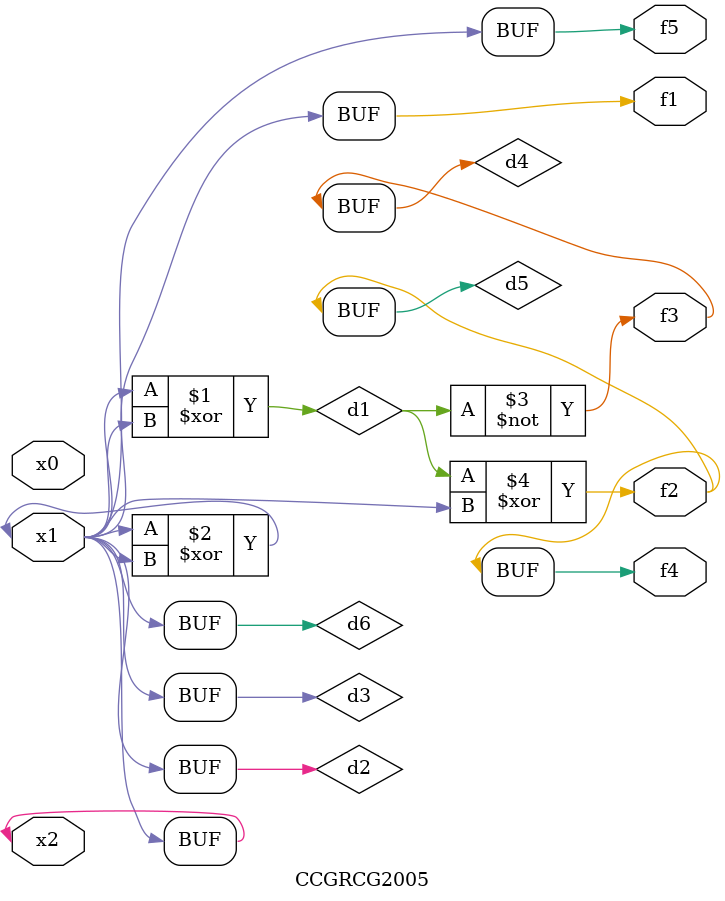
<source format=v>
module CCGRCG2005(
	input x0, x1, x2,
	output f1, f2, f3, f4, f5
);

	wire d1, d2, d3, d4, d5, d6;

	xor (d1, x1, x2);
	buf (d2, x1, x2);
	xor (d3, x1, x2);
	nor (d4, d1);
	xor (d5, d1, d2);
	buf (d6, d2, d3);
	assign f1 = d6;
	assign f2 = d5;
	assign f3 = d4;
	assign f4 = d5;
	assign f5 = d6;
endmodule

</source>
